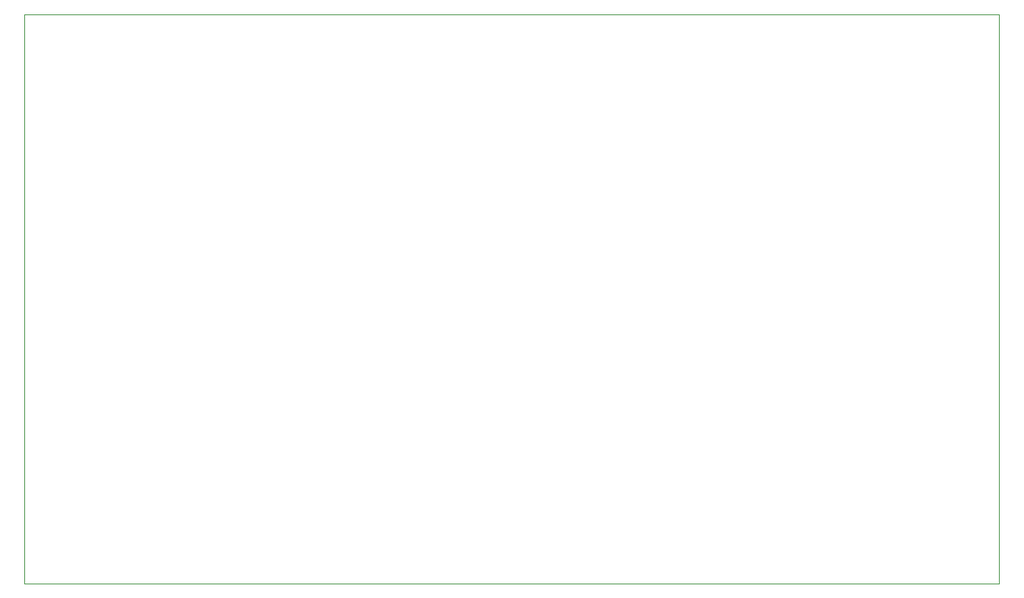
<source format=gbr>
%TF.GenerationSoftware,KiCad,Pcbnew,7.0.1*%
%TF.CreationDate,2023-07-10T14:16:02+02:00*%
%TF.ProjectId,RasPi-Car,52617350-692d-4436-9172-2e6b69636164,rev?*%
%TF.SameCoordinates,Original*%
%TF.FileFunction,Profile,NP*%
%FSLAX46Y46*%
G04 Gerber Fmt 4.6, Leading zero omitted, Abs format (unit mm)*
G04 Created by KiCad (PCBNEW 7.0.1) date 2023-07-10 14:16:02*
%MOMM*%
%LPD*%
G01*
G04 APERTURE LIST*
%TA.AperFunction,Profile*%
%ADD10C,0.050000*%
%TD*%
G04 APERTURE END LIST*
D10*
X92964000Y-83312000D02*
X201676000Y-83312000D01*
X201676000Y-83312000D02*
X201676000Y-146812000D01*
X92964000Y-83312000D02*
X92964000Y-146812000D01*
X92964000Y-146812000D02*
X201676000Y-146812000D01*
M02*

</source>
